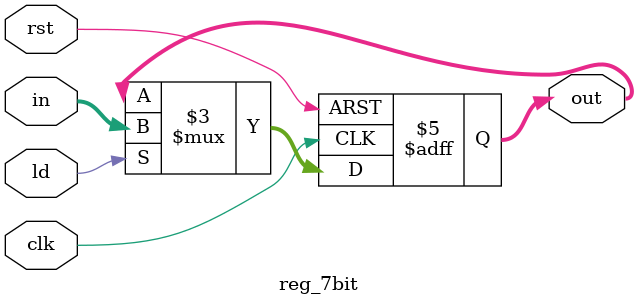
<source format=v>
module reg_7bit
(
    input clk,
    input rst,
    input ld,
    input[6:0] in,
    output reg[6:0] out
);
    always@ (posedge clk or posedge rst)
        begin
            if(rst)
	     	    out = 0;
            else if(ld)
                out = in;
            else
                out = out;
        end
endmodule
</source>
